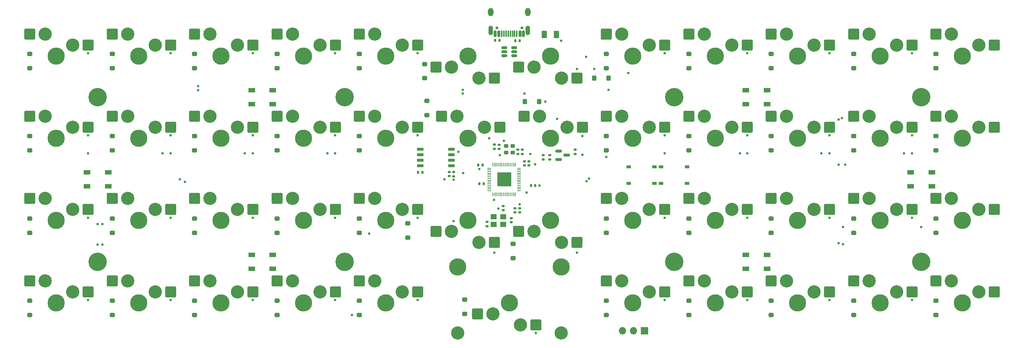
<source format=gbr>
%TF.GenerationSoftware,KiCad,Pcbnew,(6.0.6)*%
%TF.CreationDate,2022-08-30T20:37:50+01:00*%
%TF.ProjectId,RP2040_keyboard,52503230-3430-45f6-9b65-79626f617264,REV1*%
%TF.SameCoordinates,Original*%
%TF.FileFunction,Soldermask,Top*%
%TF.FilePolarity,Negative*%
%FSLAX46Y46*%
G04 Gerber Fmt 4.6, Leading zero omitted, Abs format (unit mm)*
G04 Created by KiCad (PCBNEW (6.0.6)) date 2022-08-30 20:37:50*
%MOMM*%
%LPD*%
G01*
G04 APERTURE LIST*
G04 Aperture macros list*
%AMRoundRect*
0 Rectangle with rounded corners*
0 $1 Rounding radius*
0 $2 $3 $4 $5 $6 $7 $8 $9 X,Y pos of 4 corners*
0 Add a 4 corners polygon primitive as box body*
4,1,4,$2,$3,$4,$5,$6,$7,$8,$9,$2,$3,0*
0 Add four circle primitives for the rounded corners*
1,1,$1+$1,$2,$3*
1,1,$1+$1,$4,$5*
1,1,$1+$1,$6,$7*
1,1,$1+$1,$8,$9*
0 Add four rect primitives between the rounded corners*
20,1,$1+$1,$2,$3,$4,$5,0*
20,1,$1+$1,$4,$5,$6,$7,0*
20,1,$1+$1,$6,$7,$8,$9,0*
20,1,$1+$1,$8,$9,$2,$3,0*%
G04 Aperture macros list end*
%ADD10C,3.048000*%
%ADD11C,3.987800*%
%ADD12RoundRect,0.254000X-1.016000X-1.016000X1.016000X-1.016000X1.016000X1.016000X-1.016000X1.016000X0*%
%ADD13RoundRect,0.140000X0.170000X-0.140000X0.170000X0.140000X-0.170000X0.140000X-0.170000X-0.140000X0*%
%ADD14RoundRect,0.250000X0.350000X-0.250000X0.350000X0.250000X-0.350000X0.250000X-0.350000X-0.250000X0*%
%ADD15RoundRect,0.140000X-0.170000X0.140000X-0.170000X-0.140000X0.170000X-0.140000X0.170000X0.140000X0*%
%ADD16R,1.000000X0.750000*%
%ADD17RoundRect,0.050000X-0.387500X-0.050000X0.387500X-0.050000X0.387500X0.050000X-0.387500X0.050000X0*%
%ADD18RoundRect,0.050000X-0.050000X-0.387500X0.050000X-0.387500X0.050000X0.387500X-0.050000X0.387500X0*%
%ADD19RoundRect,0.144000X-1.456000X-1.456000X1.456000X-1.456000X1.456000X1.456000X-1.456000X1.456000X0*%
%ADD20RoundRect,0.150000X0.650000X0.150000X-0.650000X0.150000X-0.650000X-0.150000X0.650000X-0.150000X0*%
%ADD21RoundRect,0.140000X-0.140000X-0.170000X0.140000X-0.170000X0.140000X0.170000X-0.140000X0.170000X0*%
%ADD22R,1.500000X1.000000*%
%ADD23RoundRect,0.140000X0.140000X0.170000X-0.140000X0.170000X-0.140000X-0.170000X0.140000X-0.170000X0*%
%ADD24RoundRect,0.250000X-0.350000X0.250000X-0.350000X-0.250000X0.350000X-0.250000X0.350000X0.250000X0*%
%ADD25RoundRect,0.150000X-0.587500X-0.150000X0.587500X-0.150000X0.587500X0.150000X-0.587500X0.150000X0*%
%ADD26C,0.650000*%
%ADD27RoundRect,0.150000X0.150000X0.575000X-0.150000X0.575000X-0.150000X-0.575000X0.150000X-0.575000X0*%
%ADD28RoundRect,0.075000X0.075000X0.650000X-0.075000X0.650000X-0.075000X-0.650000X0.075000X-0.650000X0*%
%ADD29O,1.300000X1.900000*%
%ADD30O,1.100000X2.200000*%
%ADD31RoundRect,0.150000X-0.512500X-0.150000X0.512500X-0.150000X0.512500X0.150000X-0.512500X0.150000X0*%
%ADD32RoundRect,0.225000X-0.250000X0.225000X-0.250000X-0.225000X0.250000X-0.225000X0.250000X0.225000X0*%
%ADD33RoundRect,0.254000X1.016000X1.016000X-1.016000X1.016000X-1.016000X-1.016000X1.016000X-1.016000X0*%
%ADD34RoundRect,0.250000X0.250000X0.350000X-0.250000X0.350000X-0.250000X-0.350000X0.250000X-0.350000X0*%
%ADD35R,1.400000X1.200000*%
%ADD36RoundRect,0.135000X0.135000X0.185000X-0.135000X0.185000X-0.135000X-0.185000X0.135000X-0.185000X0*%
%ADD37C,4.250000*%
%ADD38RoundRect,0.250000X-0.375000X-0.625000X0.375000X-0.625000X0.375000X0.625000X-0.375000X0.625000X0*%
%ADD39R,1.700000X1.700000*%
%ADD40O,1.700000X1.700000*%
%ADD41C,0.600000*%
G04 APERTURE END LIST*
D10*
%TO.C,SW22*%
X139960000Y-80420000D03*
D11*
X142500000Y-85500000D03*
D10*
X146310000Y-82960000D03*
D12*
X136404000Y-80420000D03*
X149866000Y-82960000D03*
%TD*%
D13*
%TO.C,C17*%
X159816250Y-90380001D03*
X159816250Y-89420001D03*
%TD*%
D10*
%TO.C,SW30*%
X184310000Y-101960000D03*
X177960000Y-99420000D03*
D11*
X180500000Y-104500000D03*
D12*
X174404000Y-99420000D03*
X187866000Y-101960000D03*
%TD*%
D10*
%TO.C,SW5*%
X70310000Y-63960000D03*
D11*
X66500000Y-66500000D03*
D10*
X63960000Y-61420000D03*
D12*
X60404000Y-61420000D03*
X73866000Y-63960000D03*
%TD*%
D10*
%TO.C,SW43*%
X241310000Y-120960000D03*
X234960000Y-118420000D03*
D11*
X237500000Y-123500000D03*
D12*
X231404000Y-118420000D03*
X244866000Y-120960000D03*
%TD*%
D14*
%TO.C,D46*%
X250404000Y-107325000D03*
X250404000Y-104025000D03*
%TD*%
D15*
%TO.C,R1*%
X139120000Y-93300000D03*
X139120000Y-94260000D03*
%TD*%
%TO.C,R5*%
X150575000Y-101170000D03*
X150575000Y-102130000D03*
%TD*%
D11*
%TO.C,SW3*%
X47500000Y-104500000D03*
D10*
X44960000Y-99420000D03*
X51310000Y-101960000D03*
D12*
X41404000Y-99420000D03*
X54866000Y-101960000D03*
%TD*%
D14*
%TO.C,D23*%
X128580000Y-108460000D03*
X128580000Y-105160000D03*
%TD*%
%TO.C,D11*%
X79404000Y-107325000D03*
X79404000Y-104025000D03*
%TD*%
%TO.C,D30*%
X174404000Y-107325000D03*
X174404000Y-104025000D03*
%TD*%
%TO.C,D19*%
X117404000Y-107325000D03*
X117404000Y-104025000D03*
%TD*%
%TO.C,D29*%
X174404000Y-88325000D03*
X174404000Y-85025000D03*
%TD*%
%TO.C,D43*%
X231404000Y-126325000D03*
X231404000Y-123025000D03*
%TD*%
%TO.C,D18*%
X117404000Y-88325000D03*
X117404000Y-85025000D03*
%TD*%
D16*
%TO.C,SW49*%
X179500000Y-92125000D03*
X185500000Y-92125000D03*
X179500000Y-95875000D03*
X185500000Y-95875000D03*
%TD*%
D17*
%TO.C,U3*%
X147362500Y-92400000D03*
X147362500Y-92800000D03*
X147362500Y-93200000D03*
X147362500Y-93600000D03*
X147362500Y-94000000D03*
X147362500Y-94400000D03*
X147362500Y-94800000D03*
X147362500Y-95200000D03*
X147362500Y-95600000D03*
X147362500Y-96000000D03*
X147362500Y-96400000D03*
X147362500Y-96800000D03*
X147362500Y-97200000D03*
X147362500Y-97600000D03*
D18*
X148200000Y-98437500D03*
X148600000Y-98437500D03*
X149000000Y-98437500D03*
X149400000Y-98437500D03*
X149800000Y-98437500D03*
X150200000Y-98437500D03*
X150600000Y-98437500D03*
X151000000Y-98437500D03*
X151400000Y-98437500D03*
X151800000Y-98437500D03*
X152200000Y-98437500D03*
X152600000Y-98437500D03*
X153000000Y-98437500D03*
X153400000Y-98437500D03*
D17*
X154237500Y-97600000D03*
X154237500Y-97200000D03*
X154237500Y-96800000D03*
X154237500Y-96400000D03*
X154237500Y-96000000D03*
X154237500Y-95600000D03*
X154237500Y-95200000D03*
X154237500Y-94800000D03*
X154237500Y-94400000D03*
X154237500Y-94000000D03*
X154237500Y-93600000D03*
X154237500Y-93200000D03*
X154237500Y-92800000D03*
X154237500Y-92400000D03*
D18*
X153400000Y-91562500D03*
X153000000Y-91562500D03*
X152600000Y-91562500D03*
X152200000Y-91562500D03*
X151800000Y-91562500D03*
X151400000Y-91562500D03*
X151000000Y-91562500D03*
X150600000Y-91562500D03*
X150200000Y-91562500D03*
X149800000Y-91562500D03*
X149400000Y-91562500D03*
X149000000Y-91562500D03*
X148600000Y-91562500D03*
X148200000Y-91562500D03*
D19*
X150800000Y-95000000D03*
%TD*%
D20*
%TO.C,U2*%
X138627401Y-91820929D03*
X138627401Y-90550929D03*
X138627401Y-89280929D03*
X138627401Y-88010929D03*
X131427401Y-88010929D03*
X131427401Y-89280929D03*
X131427401Y-90550929D03*
X131427401Y-91820929D03*
%TD*%
D14*
%TO.C,D47*%
X250404000Y-126325000D03*
X250404000Y-123025000D03*
%TD*%
%TO.C,D4*%
X41404000Y-126325000D03*
X41404000Y-123025000D03*
%TD*%
D10*
%TO.C,SW37*%
X215960000Y-80420000D03*
D11*
X218500000Y-85500000D03*
D10*
X222310000Y-82960000D03*
D12*
X212404000Y-80420000D03*
X225866000Y-82960000D03*
%TD*%
D10*
%TO.C,SW32*%
X196960000Y-61420000D03*
D11*
X199500000Y-66500000D03*
D10*
X203310000Y-63960000D03*
D12*
X193404000Y-61420000D03*
X206866000Y-63960000D03*
%TD*%
D21*
%TO.C,C12*%
X157010000Y-96400000D03*
X157970000Y-96400000D03*
%TD*%
%TO.C,C5*%
X130980000Y-93340000D03*
X131940000Y-93340000D03*
%TD*%
D14*
%TO.C,D20*%
X117404000Y-126325000D03*
X117404000Y-123025000D03*
%TD*%
D10*
%TO.C,SW14*%
X108310000Y-82960000D03*
X101960000Y-80420000D03*
D11*
X104500000Y-85500000D03*
D12*
X98404000Y-80420000D03*
X111866000Y-82960000D03*
%TD*%
D15*
%TO.C,C3*%
X152450000Y-103945000D03*
X152450000Y-104905000D03*
%TD*%
D22*
%TO.C,LED6*%
X92550000Y-74400000D03*
X92550000Y-77600000D03*
X97450000Y-77600000D03*
X97450000Y-74400000D03*
%TD*%
D23*
%TO.C,C16*%
X145830000Y-91675000D03*
X144870000Y-91675000D03*
%TD*%
D13*
%TO.C,C7*%
X148590000Y-87930000D03*
X148590000Y-86970000D03*
%TD*%
%TO.C,C11*%
X155517461Y-91765933D03*
X155517461Y-90805933D03*
%TD*%
D14*
%TO.C,D27*%
X152910000Y-113200000D03*
X152910000Y-109900000D03*
%TD*%
%TO.C,D31*%
X174404000Y-126325000D03*
X174404000Y-123025000D03*
%TD*%
D15*
%TO.C,C1*%
X167150000Y-88160000D03*
X167150000Y-89120000D03*
%TD*%
D14*
%TO.C,D37*%
X212404000Y-88325000D03*
X212404000Y-85025000D03*
%TD*%
D13*
%TO.C,C2*%
X146875000Y-105780000D03*
X146875000Y-104820000D03*
%TD*%
D10*
%TO.C,SW33*%
X196960000Y-80420000D03*
X203310000Y-82960000D03*
D11*
X199500000Y-85500000D03*
D12*
X193404000Y-80420000D03*
X206866000Y-82960000D03*
%TD*%
D14*
%TO.C,D17*%
X117404000Y-69325000D03*
X117404000Y-66025000D03*
%TD*%
D11*
%TO.C,SW2*%
X47500000Y-85500000D03*
D10*
X51310000Y-82960000D03*
X44960000Y-80420000D03*
D12*
X41404000Y-80420000D03*
X54866000Y-82960000D03*
%TD*%
D11*
%TO.C,SW13*%
X104500000Y-66500000D03*
D10*
X108310000Y-63960000D03*
X101960000Y-61420000D03*
D12*
X98404000Y-61420000D03*
X111866000Y-63960000D03*
%TD*%
D24*
%TO.C,D24*%
X141670000Y-122740000D03*
X141670000Y-126040000D03*
%TD*%
D11*
%TO.C,SW31*%
X180500000Y-123500000D03*
D10*
X184310000Y-120960000D03*
X177960000Y-118420000D03*
D12*
X174404000Y-118420000D03*
X187866000Y-120960000D03*
%TD*%
D10*
%TO.C,SW11*%
X89310000Y-101960000D03*
X82960000Y-99420000D03*
D11*
X85500000Y-104500000D03*
D12*
X79404000Y-99420000D03*
X92866000Y-101960000D03*
%TD*%
D15*
%TO.C,C13*%
X153300000Y-101670000D03*
X153300000Y-102630000D03*
%TD*%
D10*
%TO.C,SW35*%
X203310000Y-120960000D03*
D11*
X199500000Y-123500000D03*
D10*
X196960000Y-118420000D03*
D12*
X193404000Y-118420000D03*
X206866000Y-120960000D03*
%TD*%
D14*
%TO.C,D42*%
X231404000Y-107325000D03*
X231404000Y-104025000D03*
%TD*%
D10*
%TO.C,SW39*%
X215960000Y-118420000D03*
X222310000Y-120960000D03*
D11*
X218500000Y-123500000D03*
D12*
X212404000Y-118420000D03*
X225866000Y-120960000D03*
%TD*%
D13*
%TO.C,R2*%
X138130000Y-94250000D03*
X138130000Y-93290000D03*
%TD*%
D11*
%TO.C,SW42*%
X237500000Y-104500000D03*
D10*
X241310000Y-101960000D03*
X234960000Y-99420000D03*
D12*
X231404000Y-99420000D03*
X244866000Y-101960000D03*
%TD*%
D11*
%TO.C,SW46*%
X256500000Y-104500000D03*
D10*
X260310000Y-101960000D03*
X253960000Y-99420000D03*
D12*
X250404000Y-99420000D03*
X263866000Y-101960000D03*
%TD*%
D14*
%TO.C,D33*%
X193404000Y-88325000D03*
X193404000Y-85025000D03*
%TD*%
D25*
%TO.C,U1*%
X163350000Y-88475000D03*
X163350000Y-90375000D03*
X165225000Y-89425000D03*
%TD*%
D14*
%TO.C,D12*%
X79404000Y-126325000D03*
X79404000Y-123025000D03*
%TD*%
D11*
%TO.C,SW28*%
X180500000Y-66500000D03*
D10*
X184310000Y-63960000D03*
X177960000Y-61420000D03*
D12*
X174404000Y-61420000D03*
X187866000Y-63960000D03*
%TD*%
D26*
%TO.C,J1*%
X149110000Y-60049000D03*
X154890000Y-60049000D03*
D27*
X155250000Y-61375000D03*
X154450000Y-61375000D03*
D28*
X153250000Y-61375000D03*
X152254000Y-61375000D03*
X151750000Y-61375000D03*
X150750000Y-61375000D03*
D27*
X148750000Y-61375000D03*
X149550000Y-61375000D03*
D28*
X150250000Y-61375000D03*
X151250000Y-61375000D03*
X152750000Y-61375000D03*
X153750000Y-61375000D03*
D29*
X156300000Y-56400000D03*
X147700000Y-56400000D03*
D30*
X147700000Y-60600000D03*
X156300000Y-60600000D03*
%TD*%
D14*
%TO.C,D32*%
X193404000Y-69325000D03*
X193404000Y-66025000D03*
%TD*%
D31*
%TO.C,U4*%
X150862500Y-64550000D03*
X150862500Y-65500000D03*
X150862500Y-66450000D03*
X153137500Y-66450000D03*
X153137500Y-65500000D03*
X153137500Y-64550000D03*
%TD*%
D10*
%TO.C,SW1*%
X51310000Y-63960000D03*
X44960000Y-61420000D03*
D11*
X47500000Y-66500000D03*
D12*
X41404000Y-61420000D03*
X54866000Y-63960000D03*
%TD*%
D22*
%TO.C,LED5*%
X59450000Y-96600000D03*
X59450000Y-93400000D03*
X54550000Y-93400000D03*
X54550000Y-96600000D03*
%TD*%
D14*
%TO.C,D41*%
X231404000Y-88325000D03*
X231404000Y-85025000D03*
%TD*%
%TO.C,D40*%
X231404000Y-69325000D03*
X231404000Y-66025000D03*
%TD*%
%TO.C,D38*%
X212404000Y-107325000D03*
X212404000Y-104025000D03*
%TD*%
D32*
%TO.C,R3*%
X151250000Y-87285000D03*
X151250000Y-88835000D03*
%TD*%
D10*
%TO.C,SW9*%
X82960000Y-61420000D03*
D11*
X85500000Y-66500000D03*
D10*
X89310000Y-63960000D03*
D12*
X79404000Y-61420000D03*
X92866000Y-63960000D03*
%TD*%
D14*
%TO.C,D35*%
X193404000Y-126325000D03*
X193404000Y-123025000D03*
%TD*%
%TO.C,D3*%
X41404000Y-107325000D03*
X41404000Y-104025000D03*
%TD*%
D24*
%TO.C,D22*%
X133000000Y-76890000D03*
X133000000Y-80190000D03*
%TD*%
D14*
%TO.C,D1*%
X41404000Y-69325000D03*
X41404000Y-66025000D03*
%TD*%
%TO.C,D7*%
X60404000Y-107325000D03*
X60404000Y-104025000D03*
%TD*%
D11*
%TO.C,SW10*%
X85500000Y-85500000D03*
D10*
X82960000Y-80420000D03*
X89310000Y-82960000D03*
D12*
X79404000Y-80420000D03*
X92866000Y-82960000D03*
%TD*%
D10*
%TO.C,SW23*%
X145040000Y-109580000D03*
X138690000Y-107040000D03*
D11*
X142500000Y-104500000D03*
D33*
X148596000Y-109580000D03*
X135134000Y-107040000D03*
%TD*%
D14*
%TO.C,D44*%
X250404000Y-69325000D03*
X250404000Y-66025000D03*
%TD*%
D10*
%TO.C,SW20*%
X120960000Y-118420000D03*
X127310000Y-120960000D03*
D11*
X123500000Y-123500000D03*
D12*
X117404000Y-118420000D03*
X130866000Y-120960000D03*
%TD*%
D14*
%TO.C,D16*%
X98404000Y-126325000D03*
X98404000Y-123025000D03*
%TD*%
D10*
%TO.C,SW19*%
X120960000Y-99420000D03*
X127310000Y-101960000D03*
D11*
X123500000Y-104500000D03*
D12*
X117404000Y-99420000D03*
X130866000Y-101960000D03*
%TD*%
D13*
%TO.C,C4*%
X161300000Y-90380001D03*
X161300000Y-89420001D03*
%TD*%
D14*
%TO.C,D21*%
X132500000Y-71650000D03*
X132500000Y-68350000D03*
%TD*%
D15*
%TO.C,C6*%
X154425000Y-101665000D03*
X154425000Y-102625000D03*
%TD*%
D10*
%TO.C,SW6*%
X70310000Y-82960000D03*
X63960000Y-80420000D03*
D11*
X66500000Y-85500000D03*
D12*
X60404000Y-80420000D03*
X73866000Y-82960000D03*
%TD*%
D16*
%TO.C,SW48*%
X187000000Y-92125000D03*
X193000000Y-92125000D03*
X187000000Y-95875000D03*
X193000000Y-95875000D03*
%TD*%
D22*
%TO.C,LED1*%
X211450000Y-77600000D03*
X211450000Y-74400000D03*
X206550000Y-74400000D03*
X206550000Y-77600000D03*
%TD*%
D10*
%TO.C,SW25*%
X157690000Y-69040000D03*
D11*
X161500000Y-66500000D03*
D10*
X164040000Y-71580000D03*
D33*
X167596000Y-71580000D03*
X154134000Y-69040000D03*
%TD*%
D10*
%TO.C,SW34*%
X203310000Y-101960000D03*
D11*
X199500000Y-104500000D03*
D10*
X196960000Y-99420000D03*
D12*
X193404000Y-99420000D03*
X206866000Y-101960000D03*
%TD*%
D10*
%TO.C,SW17*%
X127310000Y-63960000D03*
X120960000Y-61420000D03*
D11*
X123500000Y-66500000D03*
D12*
X117404000Y-61420000D03*
X130866000Y-63960000D03*
%TD*%
D11*
%TO.C,SW44*%
X256500000Y-66500000D03*
D10*
X260310000Y-63960000D03*
X253960000Y-61420000D03*
D12*
X250404000Y-61420000D03*
X263866000Y-63960000D03*
%TD*%
D14*
%TO.C,D10*%
X79404000Y-88325000D03*
X79404000Y-85025000D03*
%TD*%
D34*
%TO.C,D26*%
X158848814Y-77049228D03*
X155548814Y-77049228D03*
%TD*%
D11*
%TO.C,SW29*%
X180500000Y-85500000D03*
D10*
X177960000Y-80420000D03*
X184310000Y-82960000D03*
D12*
X174404000Y-80420000D03*
X187866000Y-82960000D03*
%TD*%
D10*
%TO.C,SW12*%
X89310000Y-120960000D03*
D11*
X85500000Y-123500000D03*
D10*
X82960000Y-118420000D03*
D12*
X79404000Y-118420000D03*
X92866000Y-120960000D03*
%TD*%
D34*
%TO.C,D25*%
X174850000Y-71580000D03*
X171550000Y-71580000D03*
%TD*%
D14*
%TO.C,D13*%
X98404000Y-69325000D03*
X98404000Y-66025000D03*
%TD*%
%TO.C,D15*%
X98404000Y-107325000D03*
X98404000Y-104025000D03*
%TD*%
D11*
%TO.C,SW7*%
X66500000Y-104500000D03*
D10*
X63960000Y-99420000D03*
X70310000Y-101960000D03*
D12*
X60404000Y-99420000D03*
X73866000Y-101960000D03*
%TD*%
D11*
%TO.C,SW8*%
X66500000Y-123500000D03*
D10*
X70310000Y-120960000D03*
X63960000Y-118420000D03*
D12*
X60404000Y-118420000D03*
X73866000Y-120960000D03*
%TD*%
D13*
%TO.C,C15*%
X149615000Y-87944974D03*
X149615000Y-86984974D03*
%TD*%
D14*
%TO.C,D34*%
X193404000Y-107325000D03*
X193404000Y-104025000D03*
%TD*%
D22*
%TO.C,LED4*%
X92550000Y-112400000D03*
X92550000Y-115600000D03*
X97450000Y-115600000D03*
X97450000Y-112400000D03*
%TD*%
D35*
%TO.C,Y1*%
X150600000Y-103650000D03*
X148400000Y-103650000D03*
X148400000Y-105350000D03*
X150600000Y-105350000D03*
%TD*%
D14*
%TO.C,D36*%
X212404000Y-69325000D03*
X212404000Y-66025000D03*
%TD*%
%TO.C,D8*%
X60404000Y-126325000D03*
X60404000Y-123025000D03*
%TD*%
D10*
%TO.C,SW41*%
X241310000Y-82960000D03*
D11*
X237500000Y-85500000D03*
D10*
X234960000Y-80420000D03*
D12*
X231404000Y-80420000D03*
X244866000Y-82960000D03*
%TD*%
D10*
%TO.C,SW45*%
X260310000Y-82960000D03*
X253960000Y-80420000D03*
D11*
X256500000Y-85500000D03*
D12*
X250404000Y-80420000D03*
X263866000Y-82960000D03*
%TD*%
D14*
%TO.C,D5*%
X60404000Y-69325000D03*
X60404000Y-66025000D03*
%TD*%
D10*
%TO.C,SW38*%
X222310000Y-101960000D03*
X215960000Y-99420000D03*
D11*
X218500000Y-104500000D03*
D12*
X212404000Y-99420000D03*
X225866000Y-101960000D03*
%TD*%
D36*
%TO.C,R7*%
X149732688Y-62855349D03*
X148712688Y-62855349D03*
%TD*%
D14*
%TO.C,D14*%
X98404000Y-88325000D03*
X98404000Y-85025000D03*
%TD*%
D10*
%TO.C,SW15*%
X101960000Y-99420000D03*
X108310000Y-101960000D03*
D11*
X104500000Y-104500000D03*
D12*
X98404000Y-99420000D03*
X111866000Y-101960000D03*
%TD*%
D13*
%TO.C,C10*%
X154970000Y-89110000D03*
X154970000Y-88150000D03*
%TD*%
D37*
%TO.C,H1*%
X114000000Y-76000000D03*
X114000000Y-114000000D03*
X57000000Y-114000000D03*
X57000000Y-76000000D03*
X190000000Y-76000000D03*
X247000000Y-76000000D03*
X247000000Y-114000000D03*
X190000000Y-114000000D03*
%TD*%
D10*
%TO.C,SW47*%
X253960000Y-118420000D03*
D11*
X256500000Y-123500000D03*
D10*
X260310000Y-120960000D03*
D12*
X250404000Y-118420000D03*
X263866000Y-120960000D03*
%TD*%
D22*
%TO.C,LED3*%
X206550000Y-112400000D03*
X206550000Y-115600000D03*
X211450000Y-115600000D03*
X211450000Y-112400000D03*
%TD*%
D14*
%TO.C,D2*%
X41404000Y-88325000D03*
X41404000Y-85025000D03*
%TD*%
D13*
%TO.C,C8*%
X154000000Y-89110000D03*
X154000000Y-88150000D03*
%TD*%
D14*
%TO.C,D39*%
X212404000Y-126325000D03*
X212404000Y-123025000D03*
%TD*%
D10*
%TO.C,SW16*%
X101960000Y-118420000D03*
X108310000Y-120960000D03*
D11*
X104500000Y-123500000D03*
D12*
X98404000Y-118420000D03*
X111866000Y-120960000D03*
%TD*%
D22*
%TO.C,LED2*%
X244550000Y-93400000D03*
X244550000Y-96600000D03*
X249450000Y-96600000D03*
X249450000Y-93400000D03*
%TD*%
D14*
%TO.C,D9*%
X79404000Y-69325000D03*
X79404000Y-66025000D03*
%TD*%
D13*
%TO.C,C9*%
X156517461Y-91765933D03*
X156517461Y-90805933D03*
%TD*%
D10*
%TO.C,SW36*%
X222310000Y-63960000D03*
D11*
X218500000Y-66500000D03*
D10*
X215960000Y-61420000D03*
D12*
X212404000Y-61420000D03*
X225866000Y-63960000D03*
%TD*%
D14*
%TO.C,D45*%
X250404000Y-88325000D03*
X250404000Y-85025000D03*
%TD*%
D38*
%TO.C,F1*%
X160100000Y-61500000D03*
X162900000Y-61500000D03*
%TD*%
D14*
%TO.C,D28*%
X174404000Y-69325000D03*
X174404000Y-66025000D03*
%TD*%
D11*
%TO.C,SW26*%
X161500000Y-85500000D03*
D10*
X165310000Y-82960000D03*
X158960000Y-80420000D03*
D12*
X155404000Y-80420000D03*
X168866000Y-82960000D03*
%TD*%
D23*
%TO.C,C14*%
X146080000Y-96000000D03*
X145120000Y-96000000D03*
%TD*%
D10*
%TO.C,SW27*%
X157690000Y-107040000D03*
D11*
X161500000Y-104500000D03*
D10*
X164040000Y-109580000D03*
D33*
X167596000Y-109580000D03*
X154134000Y-107040000D03*
%TD*%
D11*
%TO.C,SW24*%
X152000000Y-123500000D03*
D10*
X140062000Y-130485000D03*
D11*
X140062000Y-115245000D03*
D10*
X148190000Y-126040000D03*
X154540000Y-128580000D03*
D11*
X163938000Y-115245000D03*
D10*
X163938000Y-130485000D03*
D33*
X158096000Y-128580000D03*
X144634000Y-126040000D03*
%TD*%
D10*
%TO.C,SW21*%
X145040000Y-71580000D03*
X138690000Y-69040000D03*
D11*
X142500000Y-66500000D03*
D33*
X148596000Y-71580000D03*
X135134000Y-69040000D03*
%TD*%
D10*
%TO.C,SW18*%
X127310000Y-82960000D03*
D11*
X123500000Y-85500000D03*
D10*
X120960000Y-80420000D03*
D12*
X117404000Y-80420000D03*
X130866000Y-82960000D03*
%TD*%
D10*
%TO.C,SW40*%
X241310000Y-63960000D03*
X234960000Y-61420000D03*
D11*
X237500000Y-66500000D03*
D12*
X231404000Y-61420000D03*
X244866000Y-63960000D03*
%TD*%
D32*
%TO.C,R4*%
X152750000Y-87285000D03*
X152750000Y-88835000D03*
%TD*%
D14*
%TO.C,D6*%
X60404000Y-88325000D03*
X60404000Y-85025000D03*
%TD*%
D39*
%TO.C,J2*%
X183200000Y-129950000D03*
D40*
X180660000Y-129950000D03*
X178120000Y-129950000D03*
%TD*%
D36*
%TO.C,R6*%
X154361475Y-62940945D03*
X153341475Y-62940945D03*
%TD*%
D10*
%TO.C,SW4*%
X44960000Y-118420000D03*
X51310000Y-120960000D03*
D11*
X47500000Y-123500000D03*
D12*
X41404000Y-118420000D03*
X54866000Y-120960000D03*
%TD*%
D41*
X148510000Y-99680000D03*
X205229657Y-88959472D03*
X157973294Y-91544874D03*
X156000000Y-98000000D03*
X141317780Y-93546813D03*
X163000000Y-81000000D03*
X137000000Y-95000000D03*
X243000000Y-89000000D03*
X158950000Y-96400000D03*
X247000000Y-106000000D03*
X110000000Y-89000000D03*
X164000000Y-63000000D03*
X91000000Y-89000000D03*
X149450000Y-101730000D03*
X224000000Y-89000000D03*
X72000000Y-89000000D03*
X140250859Y-88648133D03*
X150720000Y-86090000D03*
X156843675Y-89110000D03*
X154425000Y-100750000D03*
X149790000Y-89360000D03*
X170370000Y-94810000D03*
X169820500Y-95430000D03*
X139120000Y-104590000D03*
X139120000Y-95100000D03*
X141280000Y-74290000D03*
X174850000Y-74290000D03*
X141280000Y-75160000D03*
X155490000Y-75160000D03*
X160348814Y-77049228D03*
X174404000Y-89825000D03*
X119660000Y-107500000D03*
X115704000Y-126325000D03*
X167596000Y-69534000D03*
X171550000Y-69534000D03*
X54866000Y-84844000D03*
X54866000Y-103844000D03*
X54866000Y-122844000D03*
X54866000Y-65844000D03*
X54866000Y-88954000D03*
X73866000Y-65844000D03*
X73866000Y-88954000D03*
X73866000Y-103844000D03*
X73866000Y-122844000D03*
X73866000Y-84844000D03*
X92836000Y-84844000D03*
X92836000Y-65844000D03*
X92836000Y-88954000D03*
X92836000Y-122844000D03*
X92836000Y-103844000D03*
X111836000Y-84844000D03*
X111836000Y-88954000D03*
X111836000Y-65844000D03*
X111836000Y-122844000D03*
X111836000Y-103844000D03*
X130836000Y-84844000D03*
X130836000Y-65844000D03*
X130836000Y-122844000D03*
X130836000Y-103844000D03*
X147370000Y-85460000D03*
X158096000Y-130484000D03*
X145090000Y-92580000D03*
X148596000Y-111884000D03*
X168866000Y-89284000D03*
X168866000Y-84984000D03*
X167596000Y-111884000D03*
X187866000Y-84844000D03*
X187866000Y-103844000D03*
X187866000Y-122844000D03*
X187866000Y-65844000D03*
X187866000Y-88954000D03*
X206866000Y-65844000D03*
X206866000Y-122844000D03*
X206866000Y-103844000D03*
X206866000Y-88954000D03*
X206866000Y-84844000D03*
X225866000Y-88954000D03*
X225866000Y-84844000D03*
X225866000Y-103844000D03*
X225866000Y-122844000D03*
X225866000Y-65844000D03*
X244866000Y-65844000D03*
X244866000Y-122844000D03*
X244866000Y-88954000D03*
X244866000Y-103844000D03*
X244866000Y-84844000D03*
X228740000Y-80870000D03*
X229525000Y-91585000D03*
X228975000Y-110005000D03*
X228980000Y-105990000D03*
X57010000Y-105310000D03*
X57010000Y-110070000D03*
X76000000Y-95010000D03*
X80225000Y-73485000D03*
X228000000Y-81150000D03*
X179450000Y-70410000D03*
X80220000Y-74390000D03*
X228000000Y-91550000D03*
X58110000Y-105310000D03*
X77180000Y-95560000D03*
X228000000Y-109710000D03*
X169750000Y-66700000D03*
X58110000Y-110070000D03*
M02*

</source>
